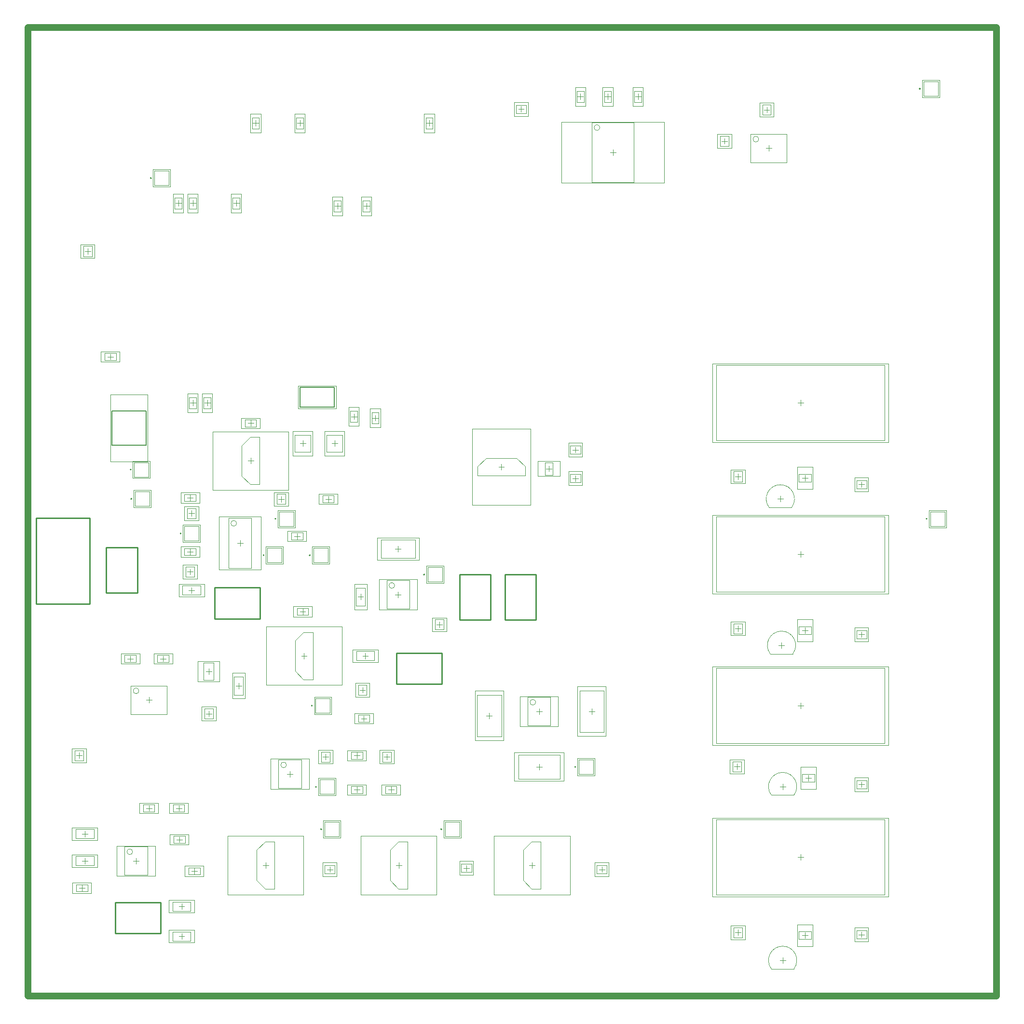
<source format=gbp>
G04*
G04 #@! TF.GenerationSoftware,Altium Limited,Altium Designer,21.6.1 (37)*
G04*
G04 Layer_Color=128*
%FSLAX44Y44*%
%MOMM*%
G71*
G04*
G04 #@! TF.SameCoordinates,E20D9ADD-B448-4F6B-AF7A-840ACA54CB8B*
G04*
G04*
G04 #@! TF.FilePolarity,Positive*
G04*
G01*
G75*
%ADD10C,0.1000*%
%ADD13C,0.2540*%
%ADD15C,0.2000*%
%ADD16C,0.1270*%
%ADD18C,1.2000*%
%ADD19C,0.0500*%
D10*
X1004000Y1524750D02*
G03*
X1004000Y1524750I-5000J0D01*
G01*
X366500Y830000D02*
G03*
X366500Y830000I-5000J0D01*
G01*
X184000Y253500D02*
G03*
X184000Y253500I-5000J0D01*
G01*
X454000Y406000D02*
G03*
X454000Y406000I-5000J0D01*
G01*
X891500Y516000D02*
G03*
X891500Y516000I-5000J0D01*
G01*
X644000Y721000D02*
G03*
X644000Y721000I-5000J0D01*
G01*
X1340800Y858000D02*
G03*
X1301200Y858000I-19800J15000D01*
G01*
X1344800Y352986D02*
G03*
X1305200Y352986I-19800J15000D01*
G01*
X1342800Y601000D02*
G03*
X1303200Y601000I-19800J15000D01*
G01*
X1344800Y48000D02*
G03*
X1305200Y48000I-19800J15000D01*
G01*
X1282980Y1504440D02*
G03*
X1282980Y1504440I-5000J0D01*
G01*
X195000Y536000D02*
G03*
X195000Y536000I-5000J0D01*
G01*
X861000Y381000D02*
X934000D01*
X861000Y424000D02*
X934000D01*
Y381000D02*
Y424000D01*
X861000Y381000D02*
Y424000D01*
X968500Y463500D02*
Y536500D01*
X1011500Y463500D02*
Y536500D01*
X968500Y463500D02*
X1011500D01*
X968500Y536500D02*
X1011500D01*
X788500Y456000D02*
Y529000D01*
X831500Y456000D02*
Y529000D01*
X788500Y456000D02*
X831500D01*
X788500Y529000D02*
X831500D01*
X680000Y769000D02*
Y801000D01*
X620000Y769000D02*
Y801000D01*
Y769000D02*
X680000D01*
X620000Y801000D02*
X680000D01*
X990000Y1428750D02*
Y1533750D01*
X1064000Y1428750D02*
Y1533750D01*
X990000D02*
X1064000D01*
X990000Y1428750D02*
X1064000D01*
X352500Y751000D02*
X392500D01*
X352500Y839000D02*
X392500D01*
Y751000D02*
Y839000D01*
X352500Y751000D02*
Y839000D01*
X170000Y212500D02*
X210000D01*
X170000Y262500D02*
X210000D01*
Y212500D02*
Y262500D01*
X170000Y212500D02*
Y262500D01*
X440000Y365000D02*
X480000D01*
X440000Y415000D02*
X480000D01*
Y365000D02*
Y415000D01*
X440000Y365000D02*
Y415000D01*
X877500Y475000D02*
X917500D01*
X877500Y525000D02*
X917500D01*
Y475000D02*
Y525000D01*
X877500Y475000D02*
Y525000D01*
X630000Y680000D02*
X670000D01*
X630000Y730000D02*
X670000D01*
Y680000D02*
Y730000D01*
X630000Y680000D02*
Y730000D01*
X308750Y585000D02*
X326250D01*
X308750Y555000D02*
X326250D01*
X308750D02*
Y585000D01*
X326250Y555000D02*
Y585000D01*
X1353040Y648723D02*
X1375040D01*
X1353040Y635223D02*
X1375040D01*
Y648723D01*
X1353040Y635223D02*
Y648723D01*
X1359540Y389750D02*
X1381540D01*
X1359540Y376250D02*
X1381540D01*
Y389750D01*
X1359540Y376250D02*
Y389750D01*
X1353040Y916370D02*
X1375040D01*
X1353040Y902870D02*
X1375040D01*
Y916370D01*
X1353040Y902870D02*
Y916370D01*
X921300Y915100D02*
Y937100D01*
X907800Y915100D02*
Y937100D01*
Y915100D02*
X921300D01*
X907800Y937100D02*
X921300D01*
X1353040Y113430D02*
X1375040D01*
X1353040Y99930D02*
X1375040D01*
Y113430D01*
X1353040Y99930D02*
Y113430D01*
X1208410Y709497D02*
Y841597D01*
X1504310Y709497D02*
Y841597D01*
X1208410D02*
X1504310D01*
X1208410Y709497D02*
X1504310D01*
X1208410Y443643D02*
Y575743D01*
X1504310Y443643D02*
Y575743D01*
X1208410D02*
X1504310D01*
X1208410Y443643D02*
X1504310D01*
X1208410Y975350D02*
Y1107450D01*
X1504310Y975350D02*
Y1107450D01*
X1208410D02*
X1504310D01*
X1208410Y975350D02*
X1504310D01*
X1208410Y177790D02*
Y309890D01*
X1504310Y177790D02*
Y309890D01*
X1208410D02*
X1504310D01*
X1208410Y177790D02*
X1504310D01*
X469500Y570625D02*
Y624375D01*
Y570625D02*
X484125Y556000D01*
X500500D01*
Y639000D01*
X484125D02*
X500500D01*
X469500Y624375D02*
X484125Y639000D01*
X375660Y912925D02*
Y966675D01*
Y912925D02*
X390285Y898300D01*
X406660D01*
Y981300D01*
X390285D02*
X406660D01*
X375660Y966675D02*
X390285Y981300D01*
X635800Y203125D02*
Y256875D01*
Y203125D02*
X650425Y188500D01*
X666800D01*
Y271500D01*
X650425D02*
X666800D01*
X635800Y256875D02*
X650425Y271500D01*
X402000Y203125D02*
Y256875D01*
Y203125D02*
X416625Y188500D01*
X433000D01*
Y271500D01*
X416625D02*
X433000D01*
X402000Y256875D02*
X416625Y271500D01*
X869600Y203125D02*
Y256875D01*
Y203125D02*
X884225Y188500D01*
X900600D01*
Y271500D01*
X884225D02*
X900600D01*
X869600Y256875D02*
X884225Y271500D01*
X804425Y944600D02*
X858175D01*
X789800Y929975D02*
X804425Y944600D01*
X789800Y913600D02*
Y929975D01*
Y913600D02*
X872800D01*
Y929975D01*
X858175Y944600D02*
X872800Y929975D01*
X362000Y561000D02*
X378000D01*
X362000Y529000D02*
X378000D01*
Y561000D01*
X362000Y529000D02*
Y561000D01*
X116000Y229500D02*
Y245500D01*
X84000Y229500D02*
Y245500D01*
Y229500D02*
X116000D01*
X84000Y245500D02*
X116000D01*
X271500Y704500D02*
Y720500D01*
X303500Y704500D02*
Y720500D01*
X271500D02*
X303500D01*
X271500Y704500D02*
X303500D01*
X116000Y277000D02*
Y293000D01*
X84000Y277000D02*
Y293000D01*
Y277000D02*
X116000D01*
X84000Y293000D02*
X116000D01*
X608500Y589500D02*
Y605500D01*
X576500Y589500D02*
Y605500D01*
Y589500D02*
X608500D01*
X576500Y605500D02*
X608500D01*
X286000Y97000D02*
Y113000D01*
X254000Y97000D02*
Y113000D01*
Y97000D02*
X286000D01*
X254000Y113000D02*
X286000D01*
X254000Y149500D02*
Y165500D01*
X286000Y149500D02*
Y165500D01*
X254000D02*
X286000D01*
X254000Y149500D02*
X286000D01*
X576147Y717000D02*
X592147D01*
X576147Y685000D02*
X592147D01*
Y717000D01*
X576147Y685000D02*
Y717000D01*
X393750Y1522500D02*
Y1542500D01*
X406250Y1522500D02*
Y1542500D01*
X393750Y1522500D02*
X406250D01*
X393750Y1542500D02*
X406250D01*
X471250Y1522500D02*
Y1542500D01*
X483750Y1522500D02*
Y1542500D01*
X471250Y1522500D02*
X483750D01*
X471250Y1542500D02*
X483750D01*
X698550Y1522500D02*
Y1542500D01*
X711050Y1522500D02*
Y1542500D01*
X698550Y1522500D02*
X711050D01*
X698550Y1542500D02*
X711050D01*
X282250Y213250D02*
X302250D01*
X282250Y225750D02*
X302250D01*
Y213250D02*
Y225750D01*
X282250Y213250D02*
Y225750D01*
X275000Y881250D02*
X295000D01*
X275000Y868750D02*
X295000D01*
X275000D02*
Y881250D01*
X295000Y868750D02*
Y881250D01*
X472500Y668750D02*
X492500D01*
X472500Y681250D02*
X492500D01*
Y668750D02*
Y681250D01*
X472500Y668750D02*
Y681250D01*
X256000Y268750D02*
X276000D01*
X256000Y281250D02*
X276000D01*
Y268750D02*
Y281250D01*
X256000Y268750D02*
Y281250D01*
X381160Y999590D02*
X401160D01*
X381160Y1012090D02*
X401160D01*
Y999590D02*
Y1012090D01*
X381160Y999590D02*
Y1012090D01*
X567500Y416250D02*
X587500D01*
X567500Y428750D02*
X587500D01*
Y416250D02*
Y428750D01*
X567500Y416250D02*
Y428750D01*
X517500Y866250D02*
X537500D01*
X517500Y878750D02*
X537500D01*
Y866250D02*
Y878750D01*
X517500Y866250D02*
Y878750D01*
X255000Y336250D02*
X275000D01*
X255000Y323750D02*
X275000D01*
X255000D02*
Y336250D01*
X275000Y323750D02*
Y336250D01*
X275000Y773750D02*
X295000D01*
X275000Y786250D02*
X295000D01*
Y773750D02*
Y786250D01*
X275000Y773750D02*
Y786250D01*
X85000Y196250D02*
X105000D01*
X85000Y183750D02*
X105000D01*
X85000D02*
Y196250D01*
X105000Y183750D02*
Y196250D01*
X227500Y598750D02*
X247500D01*
X227500Y586250D02*
X247500D01*
X227500D02*
Y598750D01*
X247500Y586250D02*
Y598750D01*
X170000D02*
X190000D01*
X170000Y586250D02*
X190000D01*
X170000D02*
Y598750D01*
X190000Y586250D02*
Y598750D01*
X580000Y481250D02*
X600000D01*
X580000Y493750D02*
X600000D01*
Y481250D02*
Y493750D01*
X580000Y481250D02*
Y493750D01*
X627500Y368750D02*
X647500D01*
X627500Y356250D02*
X647500D01*
X627500D02*
Y368750D01*
X647500Y356250D02*
Y368750D01*
X135000Y1128750D02*
X155000D01*
X135000Y1116250D02*
X155000D01*
X135000D02*
Y1128750D01*
X155000Y1116250D02*
Y1128750D01*
X976250Y1569000D02*
Y1589000D01*
X963750Y1569000D02*
Y1589000D01*
X976250D01*
X963750Y1569000D02*
X976250D01*
X1024250D02*
Y1589000D01*
X1011750Y1569000D02*
Y1589000D01*
X1024250D01*
X1011750Y1569000D02*
X1024250D01*
X1077250D02*
Y1589000D01*
X1064750Y1569000D02*
Y1589000D01*
X1077250D01*
X1064750Y1569000D02*
X1077250D01*
X202500Y323750D02*
X222500D01*
X202500Y336250D02*
X222500D01*
Y323750D02*
Y336250D01*
X202500Y323750D02*
Y336250D01*
X567500Y368750D02*
X587500D01*
X567500Y356250D02*
X587500D01*
X567500D02*
Y368750D01*
X587500Y356250D02*
Y368750D01*
X372010Y1381920D02*
Y1401920D01*
X359510Y1381920D02*
Y1401920D01*
X372010D01*
X359510Y1381920D02*
X372010D01*
X295810D02*
Y1401920D01*
X283310Y1381920D02*
Y1401920D01*
X295810D01*
X283310Y1381920D02*
X295810D01*
X270410D02*
Y1401920D01*
X257910Y1381920D02*
Y1401920D01*
X270410D01*
X257910Y1381920D02*
X270410D01*
X549810Y1376840D02*
Y1396840D01*
X537310Y1376840D02*
Y1396840D01*
X549810D01*
X537310Y1376840D02*
X549810D01*
X600610D02*
Y1396840D01*
X588110Y1376840D02*
Y1396840D01*
X600610D01*
X588110Y1376840D02*
X600610D01*
X603750Y1005000D02*
Y1025000D01*
X616250Y1005000D02*
Y1025000D01*
X603750Y1005000D02*
X616250D01*
X603750Y1025000D02*
X616250D01*
X566250Y1007500D02*
Y1027500D01*
X578750Y1007500D02*
Y1027500D01*
X566250Y1007500D02*
X578750D01*
X566250Y1027500D02*
X578750D01*
X308710Y1031400D02*
Y1051400D01*
X321210Y1031400D02*
Y1051400D01*
X308710Y1031400D02*
X321210D01*
X308710Y1051400D02*
X321210D01*
X283310Y1031400D02*
Y1051400D01*
X295810Y1031400D02*
Y1051400D01*
X283310Y1031400D02*
X295810D01*
X283310Y1051400D02*
X295810D01*
X462500Y801250D02*
X482500D01*
X462500Y813750D02*
X482500D01*
Y801250D02*
Y813750D01*
X462500Y801250D02*
Y813750D01*
X277500Y736000D02*
Y754000D01*
X292500Y736000D02*
Y754000D01*
X277500D02*
X292500D01*
X277500Y736000D02*
X292500D01*
X515000Y411000D02*
Y429000D01*
X530000Y411000D02*
Y429000D01*
X515000D02*
X530000D01*
X515000Y411000D02*
X530000D01*
X82500Y413500D02*
Y431500D01*
X97500Y413500D02*
Y431500D01*
X82500D02*
X97500D01*
X82500Y413500D02*
X97500D01*
X325500Y487000D02*
Y505000D01*
X310500Y487000D02*
Y505000D01*
Y487000D02*
X325500D01*
X310500Y505000D02*
X325500D01*
X1304500Y1547000D02*
Y1565000D01*
X1289500Y1547000D02*
Y1565000D01*
Y1547000D02*
X1304500D01*
X1289500Y1565000D02*
X1304500D01*
X1215500Y1492000D02*
Y1510000D01*
X1230500Y1492000D02*
Y1510000D01*
X1215500D02*
X1230500D01*
X1215500Y1492000D02*
X1230500D01*
X580000Y528500D02*
Y546500D01*
X595000Y528500D02*
Y546500D01*
X580000D02*
X595000D01*
X580000Y528500D02*
X595000D01*
X857000Y1564500D02*
X875000D01*
X857000Y1549500D02*
X875000D01*
Y1564500D01*
X857000Y1549500D02*
Y1564500D01*
X622500Y411000D02*
Y429000D01*
X637500Y411000D02*
Y429000D01*
X622500D02*
X637500D01*
X622500Y411000D02*
X637500D01*
X1454500Y379083D02*
X1472500D01*
X1454500Y364083D02*
X1472500D01*
Y379083D01*
X1454500Y364083D02*
Y379083D01*
Y905750D02*
X1472500D01*
X1454500Y890750D02*
X1472500D01*
Y905750D01*
X1454500Y890750D02*
Y905750D01*
Y642417D02*
X1472500D01*
X1454500Y627417D02*
X1472500D01*
Y642417D01*
X1454500Y627417D02*
Y642417D01*
X761000Y217500D02*
X779000D01*
X761000Y232500D02*
X779000D01*
X761000Y217500D02*
Y232500D01*
X779000Y217500D02*
Y232500D01*
X295000Y838500D02*
Y856500D01*
X280000Y838500D02*
Y856500D01*
Y838500D02*
X295000D01*
X280000Y856500D02*
X295000D01*
X521000Y215000D02*
X539000D01*
X521000Y230000D02*
X539000D01*
X521000Y215000D02*
Y230000D01*
X539000Y215000D02*
Y230000D01*
X1239040Y102760D02*
Y120760D01*
X1254040Y102760D02*
Y120760D01*
X1239040D02*
X1254040D01*
X1239040Y102760D02*
X1254040D01*
X1239040Y636333D02*
Y654333D01*
X1254040Y636333D02*
Y654333D01*
X1239040D02*
X1254040D01*
X1239040Y636333D02*
X1254040D01*
X1237500Y394000D02*
Y412000D01*
X1252500Y394000D02*
Y412000D01*
X1237500D02*
X1252500D01*
X1237500Y394000D02*
X1252500D01*
X1239040Y903120D02*
Y921120D01*
X1254040Y903120D02*
Y921120D01*
X1239040D02*
X1254040D01*
X1239040Y903120D02*
X1254040D01*
X998500Y215000D02*
X1016500D01*
X998500Y230000D02*
X1016500D01*
X998500Y215000D02*
Y230000D01*
X1016500Y215000D02*
Y230000D01*
X437500Y863500D02*
Y881500D01*
X452500Y863500D02*
Y881500D01*
X437500D02*
X452500D01*
X437500Y863500D02*
X452500D01*
X952300Y916600D02*
X970300D01*
X952300Y901600D02*
X970300D01*
Y916600D01*
X952300Y901600D02*
Y916600D01*
X952300Y951600D02*
X970300D01*
X952300Y966600D02*
X970300D01*
X952300Y951600D02*
Y966600D01*
X970300Y951600D02*
Y966600D01*
X97500Y1298500D02*
Y1316500D01*
X112500Y1298500D02*
Y1316500D01*
X97500D02*
X112500D01*
X97500Y1298500D02*
X112500D01*
X715000Y643500D02*
Y661500D01*
X730000Y643500D02*
Y661500D01*
X715000D02*
X730000D01*
X715000Y643500D02*
X730000D01*
X1454500Y115750D02*
X1472500D01*
X1454500Y100750D02*
X1472500D01*
Y115750D01*
X1454500Y100750D02*
Y115750D01*
X524530Y955380D02*
X552430D01*
X524530Y985180D02*
X552430D01*
X524530Y955380D02*
Y985180D01*
X552430Y955380D02*
Y985180D01*
X468650Y955380D02*
X496550D01*
X468650Y985180D02*
X496550D01*
X468650Y955380D02*
Y985180D01*
X496550Y955380D02*
Y985180D01*
X1572300Y1580300D02*
Y1605700D01*
X1597700D01*
Y1580300D02*
Y1605700D01*
X1572300Y1580300D02*
X1597700D01*
X1301200Y858000D02*
X1340800D01*
X1305200Y352986D02*
X1344800D01*
X1303200Y601000D02*
X1342800D01*
X1305200Y48000D02*
X1344800D01*
X505300Y497300D02*
X530700D01*
Y522700D01*
X505300D02*
X530700D01*
X505300Y497300D02*
Y522700D01*
X188300Y860300D02*
X213700D01*
Y885700D01*
X188300D02*
X213700D01*
X188300Y860300D02*
Y885700D01*
X1584300Y825300D02*
X1609700D01*
Y850700D01*
X1584300D02*
X1609700D01*
X1584300Y825300D02*
Y850700D01*
X732300Y280300D02*
X757700D01*
Y305700D01*
X732300D02*
X757700D01*
X732300Y280300D02*
Y305700D01*
X186909Y911722D02*
X212309D01*
Y937122D01*
X186909D02*
X212309D01*
X186909Y911722D02*
Y937122D01*
X501300Y761300D02*
X526700D01*
Y786700D01*
X501300D02*
X526700D01*
X501300Y761300D02*
Y786700D01*
X222300Y1423300D02*
X247700D01*
Y1448700D01*
X222300D02*
X247700D01*
X222300Y1423300D02*
Y1448700D01*
X441300Y825300D02*
X466700D01*
Y850700D01*
X441300D02*
X466700D01*
X441300Y825300D02*
Y850700D01*
X521300Y280300D02*
X546700D01*
Y305700D01*
X521300D02*
X546700D01*
X521300Y280300D02*
Y305700D01*
X420300Y761300D02*
X445700D01*
Y786700D01*
X420300D02*
X445700D01*
X420300Y761300D02*
Y786700D01*
X702300Y727300D02*
X727700D01*
Y752700D01*
X702300D02*
X727700D01*
X702300Y727300D02*
Y752700D01*
X1268980Y1463440D02*
Y1513440D01*
X1331980Y1463440D02*
Y1513440D01*
X1268980D02*
X1331980D01*
X1268980Y1463440D02*
X1331980D01*
X181000Y495000D02*
Y545000D01*
X244000Y495000D02*
Y545000D01*
X181000D02*
X244000D01*
X181000Y495000D02*
X244000D01*
X274800Y799800D02*
Y825200D01*
X300200D01*
Y799800D02*
Y825200D01*
X274800Y799800D02*
X300200D01*
X512300Y354800D02*
X537700D01*
Y380200D01*
X512300D02*
X537700D01*
X512300Y354800D02*
Y380200D01*
X967300Y389800D02*
X992700D01*
Y415200D01*
X967300D02*
X992700D01*
X967300Y389800D02*
Y415200D01*
X897500Y397500D02*
Y407500D01*
X892500Y402500D02*
X902500D01*
X985000Y500000D02*
X995000D01*
X990000Y495000D02*
Y505000D01*
X805000Y492500D02*
X815000D01*
X810000Y487500D02*
Y497500D01*
X645000Y785000D02*
X655000D01*
X650000Y780000D02*
Y790000D01*
X1022000Y1481250D02*
X1032000D01*
X1027000Y1476250D02*
Y1486250D01*
X372500Y790000D02*
Y800000D01*
X367500Y795000D02*
X377500D01*
X190000Y232500D02*
Y242500D01*
X185000Y237500D02*
X195000D01*
X460000Y385000D02*
Y395000D01*
X455000Y390000D02*
X465000D01*
X897500Y495000D02*
Y505000D01*
X892500Y500000D02*
X902500D01*
X650000Y700000D02*
Y710000D01*
X645000Y705000D02*
X655000D01*
X317500Y565000D02*
Y575000D01*
X312500Y570000D02*
X322500D01*
X1364040Y636973D02*
Y646973D01*
X1359040Y641973D02*
X1369040D01*
X1370540Y378000D02*
Y388000D01*
X1365540Y383000D02*
X1375540D01*
X1364040Y904620D02*
Y914620D01*
X1359040Y909620D02*
X1369040D01*
X909550Y926100D02*
X919550D01*
X914550Y921100D02*
Y931100D01*
X1364040Y101680D02*
Y111680D01*
X1359040Y106680D02*
X1369040D01*
X1351360Y775547D02*
X1361360D01*
X1356360Y770547D02*
Y780547D01*
X1351360Y509693D02*
X1361360D01*
X1356360Y504693D02*
Y514693D01*
X1351360Y1041400D02*
X1361360D01*
X1356360Y1036400D02*
Y1046400D01*
X1351360Y243840D02*
X1361360D01*
X1356360Y238840D02*
Y248840D01*
X485000Y592500D02*
Y602500D01*
X480000Y597500D02*
X490000D01*
X391160Y934800D02*
Y944800D01*
X386160Y939800D02*
X396160D01*
X651300Y225000D02*
Y235000D01*
X646300Y230000D02*
X656300D01*
X417500Y225000D02*
Y235000D01*
X412500Y230000D02*
X422500D01*
X885100Y225000D02*
Y235000D01*
X880100Y230000D02*
X890100D01*
X826300Y929100D02*
X836300D01*
X831300Y924100D02*
Y934100D01*
X370000Y540000D02*
Y550000D01*
X365000Y545000D02*
X375000D01*
X95000Y237500D02*
X105000D01*
X100000Y232500D02*
Y242500D01*
X282500Y712500D02*
X292500D01*
X287500Y707500D02*
Y717500D01*
X95000Y285000D02*
X105000D01*
X100000Y280000D02*
Y290000D01*
X587500Y597500D02*
X597500D01*
X592500Y592500D02*
Y602500D01*
X265000Y105000D02*
X275000D01*
X270000Y100000D02*
Y110000D01*
X265000Y157500D02*
X275000D01*
X270000Y152500D02*
Y162500D01*
X584147Y696000D02*
Y706000D01*
X579147Y701000D02*
X589147D01*
X395000Y1532500D02*
X405000D01*
X400000Y1527500D02*
Y1537500D01*
X472500Y1532500D02*
X482500D01*
X477500Y1527500D02*
Y1537500D01*
X699800Y1532500D02*
X709800D01*
X704800Y1527500D02*
Y1537500D01*
X292250Y214500D02*
Y224500D01*
X287250Y219500D02*
X297250D01*
X285000Y870000D02*
Y880000D01*
X280000Y875000D02*
X290000D01*
X482500Y670000D02*
Y680000D01*
X477500Y675000D02*
X487500D01*
X266000Y270000D02*
Y280000D01*
X261000Y275000D02*
X271000D01*
X391160Y1000840D02*
Y1010840D01*
X386160Y1005840D02*
X396160D01*
X577500Y417500D02*
Y427500D01*
X572500Y422500D02*
X582500D01*
X527500Y867500D02*
Y877500D01*
X522500Y872500D02*
X532500D01*
X265000Y325000D02*
Y335000D01*
X260000Y330000D02*
X270000D01*
X285000Y775000D02*
Y785000D01*
X280000Y780000D02*
X290000D01*
X95000Y185000D02*
Y195000D01*
X90000Y190000D02*
X100000D01*
X237500Y587500D02*
Y597500D01*
X232500Y592500D02*
X242500D01*
X180000Y587500D02*
Y597500D01*
X175000Y592500D02*
X185000D01*
X590000Y482500D02*
Y492500D01*
X585000Y487500D02*
X595000D01*
X637500Y357500D02*
Y367500D01*
X632500Y362500D02*
X642500D01*
X145000Y1117500D02*
Y1127500D01*
X140000Y1122500D02*
X150000D01*
X965000Y1579000D02*
X975000D01*
X970000Y1574000D02*
Y1584000D01*
X1013000Y1579000D02*
X1023000D01*
X1018000Y1574000D02*
Y1584000D01*
X1066000Y1579000D02*
X1076000D01*
X1071000Y1574000D02*
Y1584000D01*
X212500Y325000D02*
Y335000D01*
X207500Y330000D02*
X217500D01*
X577500Y357500D02*
Y367500D01*
X572500Y362500D02*
X582500D01*
X360760Y1391920D02*
X370760D01*
X365760Y1386920D02*
Y1396920D01*
X284560Y1391920D02*
X294560D01*
X289560Y1386920D02*
Y1396920D01*
X259160Y1391920D02*
X269160D01*
X264160Y1386920D02*
Y1396920D01*
X538560Y1386840D02*
X548560D01*
X543560Y1381840D02*
Y1391840D01*
X589360Y1386840D02*
X599360D01*
X594360Y1381840D02*
Y1391840D01*
X605000Y1015000D02*
X615000D01*
X610000Y1010000D02*
Y1020000D01*
X567500Y1017500D02*
X577500D01*
X572500Y1012500D02*
Y1022500D01*
X309960Y1041400D02*
X319960D01*
X314960Y1036400D02*
Y1046400D01*
X284560Y1041400D02*
X294560D01*
X289560Y1036400D02*
Y1046400D01*
X472500Y802500D02*
Y812500D01*
X467500Y807500D02*
X477500D01*
X280000Y745000D02*
X290000D01*
X285000Y740000D02*
Y750000D01*
X517500Y420000D02*
X527500D01*
X522500Y415000D02*
Y425000D01*
X85000Y422500D02*
X95000D01*
X90000Y417500D02*
Y427500D01*
X313000Y496000D02*
X323000D01*
X318000Y491000D02*
Y501000D01*
X1292000Y1556000D02*
X1302000D01*
X1297000Y1551000D02*
Y1561000D01*
X1218000Y1501000D02*
X1228000D01*
X1223000Y1496000D02*
Y1506000D01*
X582500Y537500D02*
X592500D01*
X587500Y532500D02*
Y542500D01*
X866000Y1552000D02*
Y1562000D01*
X861000Y1557000D02*
X871000D01*
X625000Y420000D02*
X635000D01*
X630000Y415000D02*
Y425000D01*
X1463500Y366583D02*
Y376583D01*
X1458500Y371583D02*
X1468500D01*
X1463500Y893250D02*
Y903250D01*
X1458500Y898250D02*
X1468500D01*
X1463500Y629917D02*
Y639917D01*
X1458500Y634917D02*
X1468500D01*
X770000Y220000D02*
Y230000D01*
X765000Y225000D02*
X775000D01*
X282500Y847500D02*
X292500D01*
X287500Y842500D02*
Y852500D01*
X530000Y217500D02*
Y227500D01*
X525000Y222500D02*
X535000D01*
X1241540Y111760D02*
X1251540D01*
X1246540Y106760D02*
Y116760D01*
X1241540Y645333D02*
X1251540D01*
X1246540Y640333D02*
Y650333D01*
X1240000Y403000D02*
X1250000D01*
X1245000Y398000D02*
Y408000D01*
X1241540Y912120D02*
X1251540D01*
X1246540Y907120D02*
Y917120D01*
X1007500Y217500D02*
Y227500D01*
X1002500Y222500D02*
X1012500D01*
X440000Y872500D02*
X450000D01*
X445000Y867500D02*
Y877500D01*
X961300Y904100D02*
Y914100D01*
X956300Y909100D02*
X966300D01*
X961300Y954100D02*
Y964100D01*
X956300Y959100D02*
X966300D01*
X100000Y1307500D02*
X110000D01*
X105000Y1302500D02*
Y1312500D01*
X717500Y652500D02*
X727500D01*
X722500Y647500D02*
Y657500D01*
X1463500Y103250D02*
Y113250D01*
X1458500Y108250D02*
X1468500D01*
X538480Y965280D02*
Y975280D01*
X533480Y970280D02*
X543480D01*
X482600Y965280D02*
Y975280D01*
X477600Y970280D02*
X487600D01*
X1316000Y873000D02*
X1326000D01*
X1321000Y868000D02*
Y878000D01*
X1320000Y367986D02*
X1330000D01*
X1325000Y362986D02*
Y372986D01*
X1318000Y616000D02*
X1328000D01*
X1323000Y611000D02*
Y621000D01*
X1320000Y63000D02*
X1330000D01*
X1325000Y58000D02*
Y68000D01*
X1295480Y1488440D02*
X1305480D01*
X1300480Y1483440D02*
Y1493440D01*
X207500Y520000D02*
X217500D01*
X212500Y515000D02*
Y525000D01*
D13*
X15086Y689000D02*
X109000D01*
X15086Y839000D02*
X109000D01*
X15086Y689000D02*
Y839000D01*
X109000Y689000D02*
Y839000D01*
X153250Y110250D02*
Y164750D01*
X232750Y110250D02*
Y164750D01*
X153250D02*
X232750D01*
X153250Y110250D02*
X232750D01*
X137750Y708250D02*
X192250D01*
X137750Y787750D02*
X192250D01*
X137750Y708250D02*
Y787750D01*
X192250Y708250D02*
Y787750D01*
X726750Y547750D02*
Y602250D01*
X647250Y547750D02*
Y602250D01*
Y547750D02*
X726750D01*
X647250Y602250D02*
X726750D01*
X328250Y662750D02*
Y717250D01*
X407750Y662750D02*
Y717250D01*
X328250D02*
X407750D01*
X328250Y662750D02*
X407750D01*
X757750Y660750D02*
X812250D01*
X757750Y740250D02*
X812250D01*
X757750Y660750D02*
Y740250D01*
X812250Y660750D02*
Y740250D01*
X837750Y660750D02*
X892250D01*
X837750Y740250D02*
X892250D01*
X837750Y660750D02*
Y740250D01*
X892250Y660750D02*
Y740250D01*
D15*
X1566800Y1593000D02*
G03*
X1566800Y1593000I-1000J0D01*
G01*
X499800Y510000D02*
G03*
X499800Y510000I-1000J0D01*
G01*
X182800Y873000D02*
G03*
X182800Y873000I-1000J0D01*
G01*
X1578800Y838000D02*
G03*
X1578800Y838000I-1000J0D01*
G01*
X726800Y293000D02*
G03*
X726800Y293000I-1000J0D01*
G01*
X181409Y924422D02*
G03*
X181409Y924422I-1000J0D01*
G01*
X495800Y774000D02*
G03*
X495800Y774000I-1000J0D01*
G01*
X216800Y1436000D02*
G03*
X216800Y1436000I-1000J0D01*
G01*
X435800Y838000D02*
G03*
X435800Y838000I-1000J0D01*
G01*
X515800Y293000D02*
G03*
X515800Y293000I-1000J0D01*
G01*
X414800Y774000D02*
G03*
X414800Y774000I-1000J0D01*
G01*
X696800Y740000D02*
G03*
X696800Y740000I-1000J0D01*
G01*
X269300Y812500D02*
G03*
X269300Y812500I-1000J0D01*
G01*
X506800Y367500D02*
G03*
X506800Y367500I-1000J0D01*
G01*
X961800Y402500D02*
G03*
X961800Y402500I-1000J0D01*
G01*
D16*
X478000Y1034060D02*
Y1069060D01*
Y1034060D02*
X538000D01*
Y1069060D01*
X478000D02*
X538000D01*
X148000Y967000D02*
X208000D01*
X148000D02*
Y1027000D01*
X208000D01*
Y967000D02*
Y1027000D01*
D18*
X0Y0D02*
X1700000D01*
Y1700000D01*
X0D02*
X1700000D01*
X0Y0D02*
Y1700000D01*
D19*
X854000Y377500D02*
X941000D01*
X854000Y427500D02*
X941000D01*
Y377500D02*
Y427500D01*
X854000Y377500D02*
Y427500D01*
X965000Y456500D02*
Y543500D01*
X1015000Y456500D02*
Y543500D01*
X965000Y456500D02*
X1015000D01*
X965000Y543500D02*
X1015000D01*
X785000Y449000D02*
Y536000D01*
X835000Y449000D02*
Y536000D01*
X785000Y449000D02*
X835000D01*
X785000Y536000D02*
X835000D01*
X687000Y765500D02*
Y804500D01*
X613000Y765500D02*
Y804500D01*
Y765500D02*
X687000D01*
X613000Y804500D02*
X687000D01*
X937000Y1427750D02*
Y1534750D01*
X1117000Y1427750D02*
Y1534750D01*
X937000D02*
X1117000D01*
X937000Y1427750D02*
X1117000D01*
X335500Y748500D02*
X409500D01*
X335500Y841500D02*
X409500D01*
Y748500D02*
Y841500D01*
X335500Y748500D02*
Y841500D01*
X156500Y211000D02*
X223500D01*
X156500Y264000D02*
X223500D01*
Y211000D02*
Y264000D01*
X156500Y211000D02*
Y264000D01*
X426500Y363500D02*
X493500D01*
X426500Y416500D02*
X493500D01*
Y363500D02*
Y416500D01*
X426500Y363500D02*
Y416500D01*
X864000Y473500D02*
X931000D01*
X864000Y526500D02*
X931000D01*
Y473500D02*
Y526500D01*
X864000Y473500D02*
Y526500D01*
X616500Y678500D02*
X683500D01*
X616500Y731500D02*
X683500D01*
Y678500D02*
Y731500D01*
X616500Y678500D02*
Y731500D01*
X298250Y587500D02*
X336750D01*
X298250Y552500D02*
X336750D01*
X298250D02*
Y587500D01*
X336750Y552500D02*
Y587500D01*
X1350540Y661223D02*
X1377540D01*
X1350540Y622723D02*
X1377540D01*
Y661223D01*
X1350540Y622723D02*
Y661223D01*
X1357040Y402250D02*
X1384040D01*
X1357040Y363750D02*
X1384040D01*
Y402250D01*
X1357040Y363750D02*
Y402250D01*
X1350540Y928870D02*
X1377540D01*
X1350540Y890370D02*
X1377540D01*
Y928870D01*
X1350540Y890370D02*
Y928870D01*
X933800Y912600D02*
Y939600D01*
X895300Y912600D02*
Y939600D01*
Y912600D02*
X933800D01*
X895300Y939600D02*
X933800D01*
X1350540Y125930D02*
X1377540D01*
X1350540Y87430D02*
X1377540D01*
Y125930D01*
X1350540Y87430D02*
Y125930D01*
X1201860Y706547D02*
Y844547D01*
X1510860Y706547D02*
Y844547D01*
X1201860D02*
X1510860D01*
X1201860Y706547D02*
X1510860D01*
X1201860Y440693D02*
Y578693D01*
X1510860Y440693D02*
Y578693D01*
X1201860D02*
X1510860D01*
X1201860Y440693D02*
X1510860D01*
X1201860Y972400D02*
Y1110400D01*
X1510860Y972400D02*
Y1110400D01*
X1201860D02*
X1510860D01*
X1201860Y972400D02*
X1510860D01*
X1201860Y174840D02*
Y312840D01*
X1510860Y174840D02*
Y312840D01*
X1201860D02*
X1510860D01*
X1201860Y174840D02*
X1510860D01*
X418500Y546000D02*
X551500D01*
X418500Y649000D02*
X551500D01*
Y546000D02*
Y649000D01*
X418500Y546000D02*
Y649000D01*
X324660Y888300D02*
X457660D01*
X324660Y991300D02*
X457660D01*
Y888300D02*
Y991300D01*
X324660Y888300D02*
Y991300D01*
X584800Y178500D02*
X717800D01*
X584800Y281500D02*
X717800D01*
Y178500D02*
Y281500D01*
X584800Y178500D02*
Y281500D01*
X351000Y178500D02*
X484000D01*
X351000Y281500D02*
X484000D01*
Y178500D02*
Y281500D01*
X351000Y178500D02*
Y281500D01*
X818600Y178500D02*
X951600D01*
X818600Y281500D02*
X951600D01*
Y178500D02*
Y281500D01*
X818600Y178500D02*
Y281500D01*
X779800Y862600D02*
Y995600D01*
X882800Y862600D02*
Y995600D01*
X779800Y862600D02*
X882800D01*
X779800Y995600D02*
X882800D01*
X359000Y567500D02*
X381000D01*
X359000Y522500D02*
X381000D01*
Y567500D01*
X359000Y522500D02*
Y567500D01*
X122500Y226500D02*
Y248500D01*
X77500Y226500D02*
Y248500D01*
Y226500D02*
X122500D01*
X77500Y248500D02*
X122500D01*
X265000Y701500D02*
Y723500D01*
X310000Y701500D02*
Y723500D01*
X265000D02*
X310000D01*
X265000Y701500D02*
X310000D01*
X122500Y274000D02*
Y296000D01*
X77500Y274000D02*
Y296000D01*
Y274000D02*
X122500D01*
X77500Y296000D02*
X122500D01*
X615000Y586500D02*
Y608500D01*
X570000Y586500D02*
Y608500D01*
Y586500D02*
X615000D01*
X570000Y608500D02*
X615000D01*
X292500Y94000D02*
Y116000D01*
X247500Y94000D02*
Y116000D01*
Y94000D02*
X292500D01*
X247500Y116000D02*
X292500D01*
X247500Y146500D02*
Y168500D01*
X292500Y146500D02*
Y168500D01*
X247500D02*
X292500D01*
X247500Y146500D02*
X292500D01*
X573147Y723500D02*
X595147D01*
X573147Y678500D02*
X595147D01*
Y723500D01*
X573147Y678500D02*
Y723500D01*
X391000Y1516000D02*
Y1549000D01*
X409000Y1516000D02*
Y1549000D01*
X391000Y1516000D02*
X409000D01*
X391000Y1549000D02*
X409000D01*
X468500Y1516000D02*
Y1549000D01*
X486500Y1516000D02*
Y1549000D01*
X468500Y1516000D02*
X486500D01*
X468500Y1549000D02*
X486500D01*
X695800Y1516000D02*
Y1549000D01*
X713800Y1516000D02*
Y1549000D01*
X695800Y1516000D02*
X713800D01*
X695800Y1549000D02*
X713800D01*
X275750Y210500D02*
X308750D01*
X275750Y228500D02*
X308750D01*
Y210500D02*
Y228500D01*
X275750Y210500D02*
Y228500D01*
X268500Y884000D02*
X301500D01*
X268500Y866000D02*
X301500D01*
X268500D02*
Y884000D01*
X301500Y866000D02*
Y884000D01*
X466000Y666000D02*
X499000D01*
X466000Y684000D02*
X499000D01*
Y666000D02*
Y684000D01*
X466000Y666000D02*
Y684000D01*
X249500Y266000D02*
X282500D01*
X249500Y284000D02*
X282500D01*
Y266000D02*
Y284000D01*
X249500Y266000D02*
Y284000D01*
X374660Y996840D02*
X407660D01*
X374660Y1014840D02*
X407660D01*
Y996840D02*
Y1014840D01*
X374660Y996840D02*
Y1014840D01*
X561000Y413500D02*
X594000D01*
X561000Y431500D02*
X594000D01*
Y413500D02*
Y431500D01*
X561000Y413500D02*
Y431500D01*
X511000Y863500D02*
X544000D01*
X511000Y881500D02*
X544000D01*
Y863500D02*
Y881500D01*
X511000Y863500D02*
Y881500D01*
X248500Y339000D02*
X281500D01*
X248500Y321000D02*
X281500D01*
X248500D02*
Y339000D01*
X281500Y321000D02*
Y339000D01*
X268500Y771000D02*
X301500D01*
X268500Y789000D02*
X301500D01*
Y771000D02*
Y789000D01*
X268500Y771000D02*
Y789000D01*
X78500Y199000D02*
X111500D01*
X78500Y181000D02*
X111500D01*
X78500D02*
Y199000D01*
X111500Y181000D02*
Y199000D01*
X221000Y601500D02*
X254000D01*
X221000Y583500D02*
X254000D01*
X221000D02*
Y601500D01*
X254000Y583500D02*
Y601500D01*
X163500D02*
X196500D01*
X163500Y583500D02*
X196500D01*
X163500D02*
Y601500D01*
X196500Y583500D02*
Y601500D01*
X573500Y478500D02*
X606500D01*
X573500Y496500D02*
X606500D01*
Y478500D02*
Y496500D01*
X573500Y478500D02*
Y496500D01*
X621000Y371500D02*
X654000D01*
X621000Y353500D02*
X654000D01*
X621000D02*
Y371500D01*
X654000Y353500D02*
Y371500D01*
X128500Y1131500D02*
X161500D01*
X128500Y1113500D02*
X161500D01*
X128500D02*
Y1131500D01*
X161500Y1113500D02*
Y1131500D01*
X979000Y1562500D02*
Y1595500D01*
X961000Y1562500D02*
Y1595500D01*
X979000D01*
X961000Y1562500D02*
X979000D01*
X1027000D02*
Y1595500D01*
X1009000Y1562500D02*
Y1595500D01*
X1027000D01*
X1009000Y1562500D02*
X1027000D01*
X1080000D02*
Y1595500D01*
X1062000Y1562500D02*
Y1595500D01*
X1080000D01*
X1062000Y1562500D02*
X1080000D01*
X196000Y321000D02*
X229000D01*
X196000Y339000D02*
X229000D01*
Y321000D02*
Y339000D01*
X196000Y321000D02*
Y339000D01*
X561000Y371500D02*
X594000D01*
X561000Y353500D02*
X594000D01*
X561000D02*
Y371500D01*
X594000Y353500D02*
Y371500D01*
X374760Y1375420D02*
Y1408420D01*
X356760Y1375420D02*
Y1408420D01*
X374760D01*
X356760Y1375420D02*
X374760D01*
X298560D02*
Y1408420D01*
X280560Y1375420D02*
Y1408420D01*
X298560D01*
X280560Y1375420D02*
X298560D01*
X273160D02*
Y1408420D01*
X255160Y1375420D02*
Y1408420D01*
X273160D01*
X255160Y1375420D02*
X273160D01*
X552560Y1370340D02*
Y1403340D01*
X534560Y1370340D02*
Y1403340D01*
X552560D01*
X534560Y1370340D02*
X552560D01*
X603360D02*
Y1403340D01*
X585360Y1370340D02*
Y1403340D01*
X603360D01*
X585360Y1370340D02*
X603360D01*
X601000Y998500D02*
Y1031500D01*
X619000Y998500D02*
Y1031500D01*
X601000Y998500D02*
X619000D01*
X601000Y1031500D02*
X619000D01*
X563500Y1001000D02*
Y1034000D01*
X581500Y1001000D02*
Y1034000D01*
X563500Y1001000D02*
X581500D01*
X563500Y1034000D02*
X581500D01*
X305960Y1024900D02*
Y1057900D01*
X323960Y1024900D02*
Y1057900D01*
X305960Y1024900D02*
X323960D01*
X305960Y1057900D02*
X323960D01*
X280560Y1024900D02*
Y1057900D01*
X298560Y1024900D02*
Y1057900D01*
X280560Y1024900D02*
X298560D01*
X280560Y1057900D02*
X298560D01*
X456000Y798500D02*
X489000D01*
X456000Y816500D02*
X489000D01*
Y798500D02*
Y816500D01*
X456000Y798500D02*
Y816500D01*
X272500Y733000D02*
Y757000D01*
X297500Y733000D02*
Y757000D01*
X272500D02*
X297500D01*
X272500Y733000D02*
X297500D01*
X510000Y408000D02*
Y432000D01*
X535000Y408000D02*
Y432000D01*
X510000D02*
X535000D01*
X510000Y408000D02*
X535000D01*
X77500Y410500D02*
Y434500D01*
X102500Y410500D02*
Y434500D01*
X77500D02*
X102500D01*
X77500Y410500D02*
X102500D01*
X330500Y484000D02*
Y508000D01*
X305500Y484000D02*
Y508000D01*
Y484000D02*
X330500D01*
X305500Y508000D02*
X330500D01*
X1309500Y1544000D02*
Y1568000D01*
X1284500Y1544000D02*
Y1568000D01*
Y1544000D02*
X1309500D01*
X1284500Y1568000D02*
X1309500D01*
X1210500Y1489000D02*
Y1513000D01*
X1235500Y1489000D02*
Y1513000D01*
X1210500D02*
X1235500D01*
X1210500Y1489000D02*
X1235500D01*
X575000Y525500D02*
Y549500D01*
X600000Y525500D02*
Y549500D01*
X575000D02*
X600000D01*
X575000Y525500D02*
X600000D01*
X854000Y1569500D02*
X878000D01*
X854000Y1544500D02*
X878000D01*
Y1569500D01*
X854000Y1544500D02*
Y1569500D01*
X617500Y408000D02*
Y432000D01*
X642500Y408000D02*
Y432000D01*
X617500D02*
X642500D01*
X617500Y408000D02*
X642500D01*
X1451500Y384083D02*
X1475500D01*
X1451500Y359083D02*
X1475500D01*
Y384083D01*
X1451500Y359083D02*
Y384083D01*
Y910750D02*
X1475500D01*
X1451500Y885750D02*
X1475500D01*
Y910750D01*
X1451500Y885750D02*
Y910750D01*
Y647417D02*
X1475500D01*
X1451500Y622417D02*
X1475500D01*
Y647417D01*
X1451500Y622417D02*
Y647417D01*
X758000Y212500D02*
X782000D01*
X758000Y237500D02*
X782000D01*
X758000Y212500D02*
Y237500D01*
X782000Y212500D02*
Y237500D01*
X300000Y835500D02*
Y859500D01*
X275000Y835500D02*
Y859500D01*
Y835500D02*
X300000D01*
X275000Y859500D02*
X300000D01*
X518000Y210000D02*
X542000D01*
X518000Y235000D02*
X542000D01*
X518000Y210000D02*
Y235000D01*
X542000Y210000D02*
Y235000D01*
X1234040Y99760D02*
Y123760D01*
X1259040Y99760D02*
Y123760D01*
X1234040D02*
X1259040D01*
X1234040Y99760D02*
X1259040D01*
X1234040Y633333D02*
Y657333D01*
X1259040Y633333D02*
Y657333D01*
X1234040D02*
X1259040D01*
X1234040Y633333D02*
X1259040D01*
X1232500Y391000D02*
Y415000D01*
X1257500Y391000D02*
Y415000D01*
X1232500D02*
X1257500D01*
X1232500Y391000D02*
X1257500D01*
X1234040Y900120D02*
Y924120D01*
X1259040Y900120D02*
Y924120D01*
X1234040D02*
X1259040D01*
X1234040Y900120D02*
X1259040D01*
X995500Y210000D02*
X1019500D01*
X995500Y235000D02*
X1019500D01*
X995500Y210000D02*
Y235000D01*
X1019500Y210000D02*
Y235000D01*
X432500Y860500D02*
Y884500D01*
X457500Y860500D02*
Y884500D01*
X432500D02*
X457500D01*
X432500Y860500D02*
X457500D01*
X949300Y921600D02*
X973300D01*
X949300Y896600D02*
X973300D01*
Y921600D01*
X949300Y896600D02*
Y921600D01*
Y946600D02*
X973300D01*
X949300Y971600D02*
X973300D01*
X949300Y946600D02*
Y971600D01*
X973300Y946600D02*
Y971600D01*
X92500Y1295500D02*
Y1319500D01*
X117500Y1295500D02*
Y1319500D01*
X92500D02*
X117500D01*
X92500Y1295500D02*
X117500D01*
X710000Y640500D02*
Y664500D01*
X735000Y640500D02*
Y664500D01*
X710000D02*
X735000D01*
X710000Y640500D02*
X735000D01*
X1451500Y120750D02*
X1475500D01*
X1451500Y95750D02*
X1475500D01*
Y120750D01*
X1451500Y95750D02*
Y120750D01*
X520980Y948780D02*
X555980D01*
X520980Y991780D02*
X555980D01*
X520980Y948780D02*
Y991780D01*
X555980Y948780D02*
Y991780D01*
X465100Y948780D02*
X500100D01*
X465100Y991780D02*
X500100D01*
X465100Y948780D02*
Y991780D01*
X500100Y948780D02*
Y991780D01*
X1569800Y1577800D02*
Y1608200D01*
X1600200D01*
Y1577800D02*
Y1608200D01*
X1569800Y1577800D02*
X1600200D01*
X502800Y494800D02*
X533200D01*
Y525200D01*
X502800D02*
X533200D01*
X502800Y494800D02*
Y525200D01*
X185800Y857800D02*
X216200D01*
Y888200D01*
X185800D02*
X216200D01*
X185800Y857800D02*
Y888200D01*
X1581800Y822800D02*
X1612200D01*
Y853200D01*
X1581800D02*
X1612200D01*
X1581800Y822800D02*
Y853200D01*
X729800Y277800D02*
X760200D01*
Y308200D01*
X729800D02*
X760200D01*
X729800Y277800D02*
Y308200D01*
X184409Y909222D02*
X214809D01*
Y939622D01*
X184409D02*
X214809D01*
X184409Y909222D02*
Y939622D01*
X498800Y758800D02*
X529200D01*
Y789200D01*
X498800D02*
X529200D01*
X498800Y758800D02*
Y789200D01*
X219800Y1420800D02*
X250200D01*
Y1451200D01*
X219800D02*
X250200D01*
X219800Y1420800D02*
Y1451200D01*
X438800Y822800D02*
X469200D01*
Y853200D01*
X438800D02*
X469200D01*
X438800Y822800D02*
Y853200D01*
X518800Y277800D02*
X549200D01*
Y308200D01*
X518800D02*
X549200D01*
X518800Y277800D02*
Y308200D01*
X417800Y758800D02*
X448200D01*
Y789200D01*
X417800D02*
X448200D01*
X417800Y758800D02*
Y789200D01*
X699800Y724800D02*
X730200D01*
Y755200D01*
X699800D02*
X730200D01*
X699800Y724800D02*
Y755200D01*
X474500Y1031560D02*
Y1071560D01*
Y1031560D02*
X541500D01*
Y1071560D01*
X474500D02*
X541500D01*
X145500Y938000D02*
X210500D01*
X145500D02*
Y1056000D01*
X210500D01*
Y938000D02*
Y1056000D01*
X272300Y797300D02*
Y827700D01*
X302700D01*
Y797300D02*
Y827700D01*
X272300Y797300D02*
X302700D01*
X509800Y352300D02*
X540200D01*
Y382700D01*
X509800D02*
X540200D01*
X509800Y352300D02*
Y382700D01*
X964800Y387300D02*
X995200D01*
Y417700D01*
X964800D02*
X995200D01*
X964800Y387300D02*
Y417700D01*
M02*

</source>
